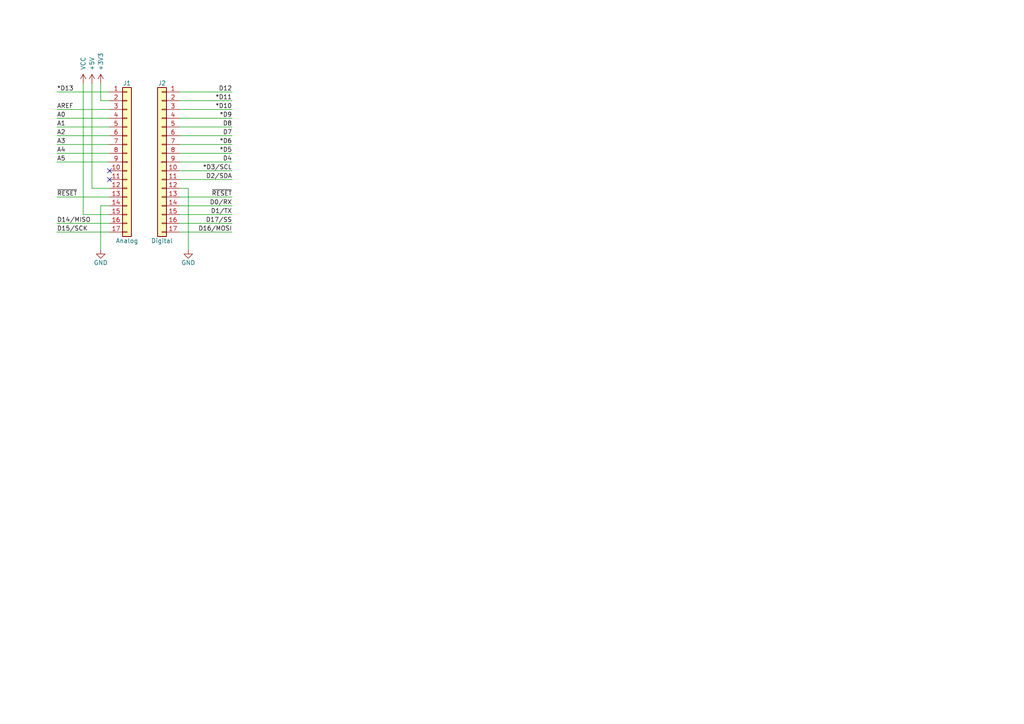
<source format=kicad_sch>
(kicad_sch (version 20250114) (generator "eeschema") (generator_version "9.0")
  (paper "A4")
  (title_block (date "sam. 04 avril 2015"))
  (lib_symbols
    (symbol "Connector_Generic:Conn_01x17" (pin_names (offset 1.016) (hide yes))
      (property "Reference" "J" (at 0 22.86 0))
      (property "Value" "Conn_01x17" (at 0 -22.86 0))
      (symbol "Conn_01x17_1_1"
        (rectangle (start -1.27 21.59) (end 1.27 -21.59) (stroke (width 0.254)) (fill (type background)))
        (rectangle (start -1.27 20.447) (end 0 20.193) (stroke (width 0.1524)))
        (rectangle (start -1.27 17.907) (end 0 17.653) (stroke (width 0.1524)))
        (rectangle (start -1.27 15.367) (end 0 15.113) (stroke (width 0.1524)))
        (rectangle (start -1.27 12.827) (end 0 12.573) (stroke (width 0.1524)))
        (rectangle (start -1.27 10.287) (end 0 10.033) (stroke (width 0.1524)))
        (rectangle (start -1.27 7.747) (end 0 7.493) (stroke (width 0.1524)))
        (rectangle (start -1.27 5.207) (end 0 4.953) (stroke (width 0.1524)))
        (rectangle (start -1.27 2.667) (end 0 2.413) (stroke (width 0.1524)))
        (rectangle (start -1.27 0.127) (end 0 -0.127) (stroke (width 0.1524)))
        (rectangle (start -1.27 -2.413) (end 0 -2.667) (stroke (width 0.1524)))
        (rectangle (start -1.27 -4.953) (end 0 -5.207) (stroke (width 0.1524)))
        (rectangle (start -1.27 -7.493) (end 0 -7.747) (stroke (width 0.1524)))
        (rectangle (start -1.27 -10.033) (end 0 -10.287) (stroke (width 0.1524)))
        (rectangle (start -1.27 -12.573) (end 0 -12.827) (stroke (width 0.1524)))
        (rectangle (start -1.27 -15.113) (end 0 -15.367) (stroke (width 0.1524)))
        (rectangle (start -1.27 -17.653) (end 0 -17.907) (stroke (width 0.1524)))
        (rectangle (start -1.27 -20.193) (end 0 -20.447) (stroke (width 0.1524)))
        (pin passive line (at -5.08 20.32 0) (length 3.81) (name "Pin_1") (number "1"))
        (pin passive line (at -5.08 17.78 0) (length 3.81) (name "Pin_2") (number "2"))
        (pin passive line (at -5.08 15.24 0) (length 3.81) (name "Pin_3") (number "3"))
        (pin passive line (at -5.08 12.7 0) (length 3.81) (name "Pin_4") (number "4"))
        (pin passive line (at -5.08 10.16 0) (length 3.81) (name "Pin_5") (number "5"))
        (pin passive line (at -5.08 7.62 0) (length 3.81) (name "Pin_6") (number "6"))
        (pin passive line (at -5.08 5.08 0) (length 3.81) (name "Pin_7") (number "7"))
        (pin passive line (at -5.08 2.54 0) (length 3.81) (name "Pin_8") (number "8"))
        (pin passive line (at -5.08 0 0) (length 3.81) (name "Pin_9") (number "9"))
        (pin passive line (at -5.08 -2.54 0) (length 3.81) (name "Pin_10") (number "10"))
        (pin passive line (at -5.08 -5.08 0) (length 3.81) (name "Pin_11") (number "11"))
        (pin passive line (at -5.08 -7.62 0) (length 3.81) (name "Pin_12") (number "12"))
        (pin passive line (at -5.08 -10.16 0) (length 3.81) (name "Pin_13") (number "13"))
        (pin passive line (at -5.08 -12.7 0) (length 3.81) (name "Pin_14") (number "14"))
        (pin passive line (at -5.08 -15.24 0) (length 3.81) (name "Pin_15") (number "15"))
        (pin passive line (at -5.08 -17.78 0) (length 3.81) (name "Pin_16") (number "16"))
        (pin passive line (at -5.08 -20.32 0) (length 3.81) (name "Pin_17") (number "17"))
      )
    )
    (symbol "power:+3.3V" (power) (pin_numbers (hide yes)) (pin_names (offset 0) (hide yes))
      (property "Value" "+3.3V" (at 0 3.556 0))
      (symbol "+3.3V_0_1"
        (polyline (pts (xy -0.762 1.27) (xy 0 2.54)))
        (polyline (pts (xy 0 2.54) (xy 0.762 1.27)))
        (polyline (pts (xy 0 0) (xy 0 2.54)))
      )
      (symbol "+3.3V_1_1"
        (pin power_in line (at 0 0 90) (length 0) (name "~") (number "1"))
      )
    )
    (symbol "power:+5V" (power) (pin_numbers (hide yes)) (pin_names (offset 0) (hide yes))
      (property "Value" "+5V" (at 0 3.556 0))
      (symbol "+5V_0_1"
        (polyline (pts (xy -0.762 1.27) (xy 0 2.54)))
        (polyline (pts (xy 0 2.54) (xy 0.762 1.27)))
        (polyline (pts (xy 0 0) (xy 0 2.54)))
      )
      (symbol "+5V_1_1"
        (pin power_in line (at 0 0 90) (length 0) (name "~") (number "1"))
      )
    )
    (symbol "power:GND" (power) (pin_numbers (hide yes)) (pin_names (offset 0) (hide yes))
      (property "Value" "GND" (at 0 -3.81 0))
      (symbol "GND_0_1"
        (polyline (pts (xy 0 0) (xy 0 -1.27) (xy 1.27 -1.27) (xy 0 -2.54) (xy -1.27 -1.27) (xy 0 -1.27)))
      )
      (symbol "GND_1_1"
        (pin power_in line (at 0 0 270) (length 0) (name "~") (number "1"))
      )
    )
    (symbol "power:VCC" (power) (pin_numbers (hide yes)) (pin_names (offset 0) (hide yes))
      (property "Value" "VCC" (at 0 3.556 0))
      (symbol "VCC_0_1"
        (polyline (pts (xy -0.762 1.27) (xy 0 2.54)))
        (polyline (pts (xy 0 2.54) (xy 0.762 1.27)))
        (polyline (pts (xy 0 0) (xy 0 2.54)))
      )
      (symbol "VCC_1_1"
        (pin power_in line (at 0 0 90) (length 0) (name "~") (number "1"))
      )
    )
  )
  (no_connect (at 31.75 49.53))
  (no_connect (at 31.75 52.07))
  (wire (pts (xy 52.07 59.69) (xy 67.31 59.69)))
  (wire (pts (xy 31.75 29.21) (xy 29.21 29.21)))
  (wire (pts (xy 26.67 24.13) (xy 26.67 54.61)))
  (wire (pts (xy 31.75 54.61) (xy 26.67 54.61)))
  (wire (pts (xy 52.07 31.75) (xy 67.31 31.75)))
  (wire (pts (xy 52.07 64.77) (xy 67.31 64.77)))
  (wire (pts (xy 16.51 39.37) (xy 31.75 39.37)))
  (wire (pts (xy 52.07 36.83) (xy 67.31 36.83)))
  (wire (pts (xy 52.07 39.37) (xy 67.31 39.37)))
  (wire (pts (xy 52.07 52.07) (xy 67.31 52.07)))
  (wire (pts (xy 16.51 31.75) (xy 31.75 31.75)))
  (wire (pts (xy 52.07 44.45) (xy 67.31 44.45)))
  (wire (pts (xy 29.21 24.13) (xy 29.21 29.21)))
  (wire (pts (xy 52.07 54.61) (xy 54.61 54.61)))
  (wire (pts (xy 52.07 26.67) (xy 67.31 26.67)))
  (wire (pts (xy 24.13 24.13) (xy 24.13 62.23)))
  (wire (pts (xy 31.75 62.23) (xy 24.13 62.23)))
  (wire (pts (xy 16.51 57.15) (xy 31.75 57.15)))
  (wire (pts (xy 52.07 41.91) (xy 67.31 41.91)))
  (wire (pts (xy 52.07 46.99) (xy 67.31 46.99)))
  (wire (pts (xy 16.51 34.29) (xy 31.75 34.29)))
  (wire (pts (xy 16.51 64.77) (xy 31.75 64.77)))
  (wire (pts (xy 16.51 26.67) (xy 31.75 26.67)))
  (wire (pts (xy 16.51 44.45) (xy 31.75 44.45)))
  (wire (pts (xy 52.07 49.53) (xy 67.31 49.53)))
  (wire (pts (xy 16.51 36.83) (xy 31.75 36.83)))
  (wire (pts (xy 16.51 46.99) (xy 31.75 46.99)))
  (wire (pts (xy 52.07 34.29) (xy 67.31 34.29)))
  (wire (pts (xy 52.07 67.31) (xy 67.31 67.31)))
  (wire (pts (xy 52.07 57.15) (xy 67.31 57.15)))
  (wire (pts (xy 54.61 54.61) (xy 54.61 72.39)))
  (wire (pts (xy 16.51 67.31) (xy 31.75 67.31)))
  (wire (pts (xy 52.07 62.23) (xy 67.31 62.23)))
  (wire (pts (xy 29.21 59.69) (xy 29.21 72.39)))
  (wire (pts (xy 31.75 59.69) (xy 29.21 59.69)))
  (wire (pts (xy 16.51 41.91) (xy 31.75 41.91)))
  (wire (pts (xy 52.07 29.21) (xy 67.31 29.21)))
  (label "D4" (at 67.31 46.99 180))
  (label "*D5" (at 67.31 44.45 180))
  (label "A2" (at 16.51 39.37 0))
  (label "D7" (at 67.31 39.37 180))
  (label "D15{slash}SCK" (at 16.51 67.31 0))
  (label "*D13" (at 16.51 26.67 0))
  (label "D16{slash}MOSI" (at 67.31 67.31 180))
  (label "D17{slash}SS" (at 67.31 64.77 180))
  (label "*D6" (at 67.31 41.91 180))
  (label "*D11" (at 67.31 29.21 180))
  (label "A1" (at 16.51 36.83 0))
  (label "D14{slash}MISO" (at 16.51 64.77 0))
  (label "A4" (at 16.51 44.45 0))
  (label "A5" (at 16.51 46.99 0))
  (label "A3" (at 16.51 41.91 0))
  (label "~{RESET}" (at 67.31 57.15 180))
  (label "A0" (at 16.51 34.29 0))
  (label "*D9" (at 67.31 34.29 180))
  (label "*D3{slash}SCL" (at 67.31 49.53 180))
  (label "D2{slash}SDA" (at 67.31 52.07 180))
  (label "D8" (at 67.31 36.83 180))
  (label "D1{slash}TX" (at 67.31 62.23 180))
  (label "D0{slash}RX" (at 67.31 59.69 180))
  (label "AREF" (at 16.51 31.75 0))
  (label "~{RESET}" (at 16.51 57.15 0))
  (label "*D10" (at 67.31 31.75 180))
  (label "D12" (at 67.31 26.67 180))
  (symbol (lib_id "Connector_Generic:Conn_01x17") (at 36.83 46.99 0) (unit 1)
    (property "Reference" "J1" (at 36.83 24.13 0))
    (property "Value" "Analog" (at 36.83 69.85 0))
    (property "Footprint" "Connector_PinHeader_2.54mm:PinHeader_1x17_P2.54mm_Vertical" (effects (hide yes)))
    (property "Datasheet" "~" (at 36.83 46.99 0))
    (property "Description" "Generic connector, single row, 01x17, script generated (kicad-library-utils/schlib/autogen/connector/)" (effects (hide yes)))
  )
  (symbol (lib_id "Connector_Generic:Conn_01x17") (at 46.99 46.99 0) (mirror y) (unit 1)
    (property "Reference" "J2" (at 46.99 24.13 0))
    (property "Value" "Digital" (at 46.99 69.85 0))
    (property "Footprint" "Connector_PinHeader_2.54mm:PinHeader_1x17_P2.54mm_Vertical" (effects (hide yes)))
    (property "Datasheet" "~" (at 46.99 46.99 0))
    (property "Description" "Generic connector, single row, 01x17, script generated (kicad-library-utils/schlib/autogen/connector/)" (effects (hide yes)))
  )
  (symbol (lib_id "power:+5V") (at 26.67 24.13 0) (unit 1)
    (property "Reference" "#PWR0103" (effects (hide yes)))
    (property "Value" "+5V" (at 26.67 20.574 90) (effects (justify left)))
    (property "Description" "Power symbol creates a global label with name \"+5V\"" (effects (hide yes)))
  )
  (symbol (lib_id "power:+3.3V") (at 29.21 24.13 0) (unit 1)
    (property "Reference" "#PWR0102" (effects (hide yes)))
    (property "Value" "+3V3" (at 29.21 20.574 90) (effects (justify left)))
    (property "Description" "Power symbol creates a global label with name \"+3.3V\"" (effects (hide yes)))
  )
  (symbol (lib_id "power:VCC") (at 24.13 24.13 0) (unit 1)
    (property "Reference" "#PWR0101" (effects (hide yes)))
    (property "Value" "VCC" (at 24.13 20.32 90) (effects (justify left)))
    (property "Description" "Power symbol creates a global label with name \"VCC\"" (effects (hide yes)))
  )
  (symbol (lib_id "power:GND") (at 54.61 72.39 0) (unit 1)
    (property "Reference" "#PWR0105" (effects (hide yes)))
    (property "Value" "GND" (at 54.61 76.2 0))
    (property "Description" "Power symbol creates a global label with name \"GND\" , ground" (effects (hide yes)))
  )
  (symbol (lib_id "power:GND") (at 29.21 72.39 0) (unit 1)
    (property "Reference" "#PWR0104" (effects (hide yes)))
    (property "Value" "GND" (at 29.21 76.2 0))
    (property "Description" "Power symbol creates a global label with name \"GND\" , ground" (effects (hide yes)))
  )
)
</source>
